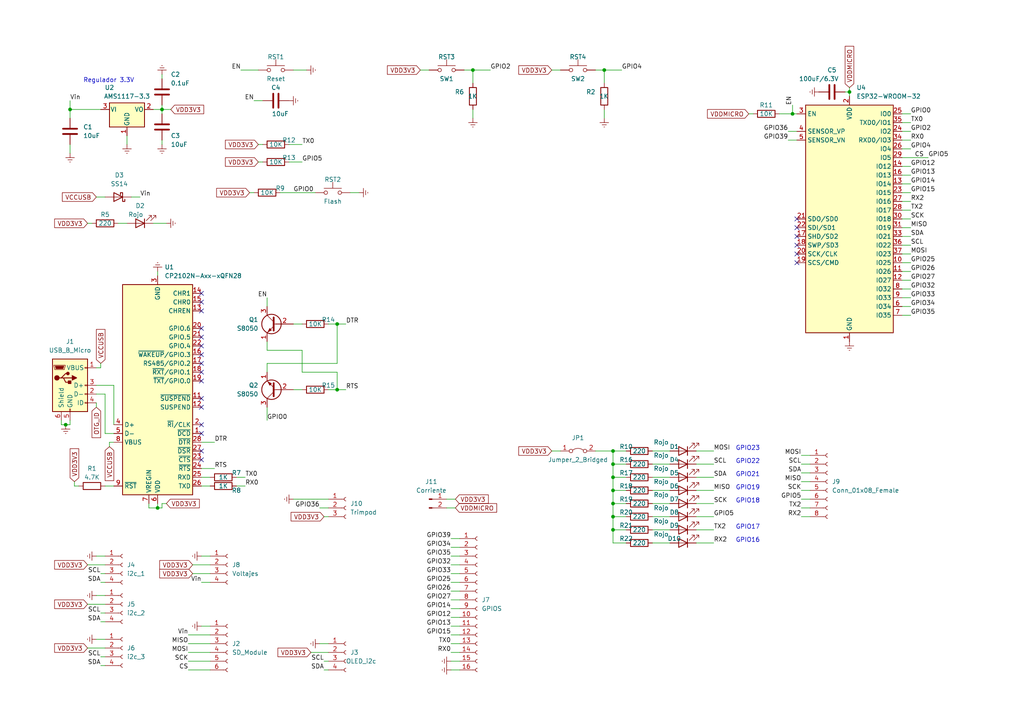
<source format=kicad_sch>
(kicad_sch (version 20211123) (generator eeschema)
  (paper "A4")
  (lib_symbols
    (symbol "Connector:Conn_01x02_Male" (pin_names (offset 1.016) hide)
      (property "Reference" "J" (at 0 2.54 0))
      (property "Value" "Conn_01x02_Male" (at 0 -5.08 0))
      (symbol "Conn_01x02_Male_1_1"
        (pin passive line (at 5.08 0 180) (length 3.81) (name "Pin_1") (number "1"))
        (pin passive line (at 5.08 -2.54 180) (length 3.81) (name "Pin_2") (number "2"))
      )
    )
    (symbol "Connector:Conn_01x03_Female" (pin_names (offset 1.016) hide)
      (property "Reference" "J" (at 0 5.08 0))
      (property "Value" "Conn_01x03_Female" (at 0 -5.08 0))
      (symbol "Conn_01x03_Female_1_1"
        (pin passive line (at -5.08 2.54 0) (length 3.81) (name "Pin_1") (number "1"))
        (pin passive line (at -5.08 0 0) (length 3.81) (name "Pin_2") (number "2"))
        (pin passive line (at -5.08 -2.54 0) (length 3.81) (name "Pin_3") (number "3"))
      )
    )
    (symbol "Connector:Conn_01x04_Female" (pin_names (offset 1.016) hide)
      (property "Reference" "J" (at 0 5.08 0))
      (property "Value" "Conn_01x04_Female" (at 0 -7.62 0))
      (symbol "Conn_01x04_Female_1_1"
        (pin passive line (at -5.08 2.54 0) (length 3.81) (name "Pin_1") (number "1"))
        (pin passive line (at -5.08 0 0) (length 3.81) (name "Pin_2") (number "2"))
        (pin passive line (at -5.08 -2.54 0) (length 3.81) (name "Pin_3") (number "3"))
        (pin passive line (at -5.08 -5.08 0) (length 3.81) (name "Pin_4") (number "4"))
      )
    )
    (symbol "Connector:Conn_01x06_Female" (pin_names (offset 1.016) hide)
      (property "Reference" "J" (at 0 7.62 0))
      (property "Value" "Conn_01x06_Female" (at 0 -10.16 0))
      (symbol "Conn_01x06_Female_1_1"
        (pin passive line (at -5.08 5.08 0) (length 3.81) (name "Pin_1") (number "1"))
        (pin passive line (at -5.08 2.54 0) (length 3.81) (name "Pin_2") (number "2"))
        (pin passive line (at -5.08 0 0) (length 3.81) (name "Pin_3") (number "3"))
        (pin passive line (at -5.08 -2.54 0) (length 3.81) (name "Pin_4") (number "4"))
        (pin passive line (at -5.08 -5.08 0) (length 3.81) (name "Pin_5") (number "5"))
        (pin passive line (at -5.08 -7.62 0) (length 3.81) (name "Pin_6") (number "6"))
      )
    )
    (symbol "Connector:Conn_01x08_Female" (pin_names (offset 1.016) hide)
      (property "Reference" "J" (at 0 10.16 0))
      (property "Value" "Conn_01x08_Female" (at 0 -12.7 0))
      (symbol "Conn_01x08_Female_1_1"
        (pin passive line (at -5.08 7.62 0) (length 3.81) (name "Pin_1") (number "1"))
        (pin passive line (at -5.08 5.08 0) (length 3.81) (name "Pin_2") (number "2"))
        (pin passive line (at -5.08 2.54 0) (length 3.81) (name "Pin_3") (number "3"))
        (pin passive line (at -5.08 0 0) (length 3.81) (name "Pin_4") (number "4"))
        (pin passive line (at -5.08 -2.54 0) (length 3.81) (name "Pin_5") (number "5"))
        (pin passive line (at -5.08 -5.08 0) (length 3.81) (name "Pin_6") (number "6"))
        (pin passive line (at -5.08 -7.62 0) (length 3.81) (name "Pin_7") (number "7"))
        (pin passive line (at -5.08 -10.16 0) (length 3.81) (name "Pin_8") (number "8"))
      )
    )
    (symbol "Connector:Conn_01x16_Female" (pin_names (offset 1.016) hide)
      (property "Reference" "J" (at 0 20.32 0))
      (property "Value" "Conn_01x16_Female" (at 0 -22.86 0))
      (symbol "Conn_01x16_Female_1_1"
        (pin passive line (at -5.08 17.78 0) (length 3.81) (name "Pin_1") (number "1"))
        (pin passive line (at -5.08 -5.08 0) (length 3.81) (name "Pin_10") (number "10"))
        (pin passive line (at -5.08 -7.62 0) (length 3.81) (name "Pin_11") (number "11"))
        (pin passive line (at -5.08 -10.16 0) (length 3.81) (name "Pin_12") (number "12"))
        (pin passive line (at -5.08 -12.7 0) (length 3.81) (name "Pin_13") (number "13"))
        (pin passive line (at -5.08 -15.24 0) (length 3.81) (name "Pin_14") (number "14"))
        (pin passive line (at -5.08 -17.78 0) (length 3.81) (name "Pin_15") (number "15"))
        (pin passive line (at -5.08 -20.32 0) (length 3.81) (name "Pin_16") (number "16"))
        (pin passive line (at -5.08 15.24 0) (length 3.81) (name "Pin_2") (number "2"))
        (pin passive line (at -5.08 12.7 0) (length 3.81) (name "Pin_3") (number "3"))
        (pin passive line (at -5.08 10.16 0) (length 3.81) (name "Pin_4") (number "4"))
        (pin passive line (at -5.08 7.62 0) (length 3.81) (name "Pin_5") (number "5"))
        (pin passive line (at -5.08 5.08 0) (length 3.81) (name "Pin_6") (number "6"))
        (pin passive line (at -5.08 2.54 0) (length 3.81) (name "Pin_7") (number "7"))
        (pin passive line (at -5.08 0 0) (length 3.81) (name "Pin_8") (number "8"))
        (pin passive line (at -5.08 -2.54 0) (length 3.81) (name "Pin_9") (number "9"))
      )
    )
    (symbol "Connector:USB_B_Micro" (pin_names (offset 1.016))
      (property "Reference" "J" (at -5.08 11.43 0))
      (property "Value" "USB_B_Micro" (at -5.08 8.89 0))
      (symbol "USB_B_Micro_1_1"
        (pin power_out line (at 7.62 5.08 180) (length 2.54) (name "VBUS") (number "1"))
        (pin bidirectional line (at 7.62 -2.54 180) (length 2.54) (name "D-") (number "2"))
        (pin bidirectional line (at 7.62 0 180) (length 2.54) (name "D+") (number "3"))
        (pin passive line (at 7.62 -5.08 180) (length 2.54) (name "ID") (number "4"))
        (pin power_out line (at 0 -10.16 90) (length 2.54) (name "GND") (number "5"))
        (pin passive line (at -2.54 -10.16 90) (length 2.54) (name "Shield") (number "6"))
      )
    )
    (symbol "Device:C" (pin_numbers hide) (pin_names (offset 0.254))
      (property "Reference" "C" (at 0.635 2.54 0))
      (property "Value" "C" (at 0.635 -2.54 0))
      (symbol "C_1_1"
        (pin passive line (at 0 3.81 270) (length 2.794) (name "~") (number "1"))
        (pin passive line (at 0 -3.81 90) (length 2.794) (name "~") (number "2"))
      )
    )
    (symbol "Device:D_Schottky" (pin_numbers hide) (pin_names (offset 1.016) hide)
      (property "Reference" "D" (at 0 2.54 0))
      (property "Value" "D_Schottky" (at 0 -2.54 0))
      (symbol "D_Schottky_1_1"
        (pin passive line (at -3.81 0 0) (length 2.54) (name "K") (number "1"))
        (pin passive line (at 3.81 0 180) (length 2.54) (name "A") (number "2"))
      )
    )
    (symbol "Device:LED" (pin_numbers hide) (pin_names (offset 1.016) hide)
      (property "Reference" "D" (at 0 2.54 0))
      (property "Value" "LED" (at 0 -2.54 0))
      (symbol "LED_1_1"
        (pin passive line (at -3.81 0 0) (length 2.54) (name "K") (number "1"))
        (pin passive line (at 3.81 0 180) (length 2.54) (name "A") (number "2"))
      )
    )
    (symbol "Device:R" (pin_numbers hide) (pin_names (offset 0))
      (property "Reference" "R" (at 2.032 0 90))
      (property "Value" "R" (at 0 0 90))
      (symbol "R_1_1"
        (pin passive line (at 0 3.81 270) (length 1.27) (name "~") (number "1"))
        (pin passive line (at 0 -3.81 90) (length 1.27) (name "~") (number "2"))
      )
    )
    (symbol "Interface_USB:CP2102N-Axx-xQFN28"
      (property "Reference" "U" (at -8.89 31.75 0))
      (property "Value" "CP2102N-Axx-xQFN28" (at 12.7 31.75 0))
      (symbol "CP2102N-Axx-xQFN28_1_1"
        (pin input line (at 12.7 12.7 180) (length 2.54) (name "~{DCD}") (number "1"))
        (pin no_connect line (at -10.16 -27.94 0) (length 2.54) hide (name "NC") (number "10"))
        (pin output line (at 12.7 2.54 180) (length 2.54) (name "~{SUSPEND}") (number "11"))
        (pin output line (at 12.7 5.08 180) (length 2.54) (name "SUSPEND") (number "12"))
        (pin output line (at 12.7 -22.86 180) (length 2.54) (name "CHREN") (number "13"))
        (pin output line (at 12.7 -27.94 180) (length 2.54) (name "CHR1") (number "14"))
        (pin output line (at 12.7 -25.4 180) (length 2.54) (name "CHR0") (number "15"))
        (pin bidirectional line (at 12.7 -10.16 180) (length 2.54) (name "~{WAKEUP}/GPIO.3") (number "16"))
        (pin bidirectional line (at 12.7 -7.62 180) (length 2.54) (name "RS485/GPIO.2") (number "17"))
        (pin bidirectional line (at 12.7 -5.08 180) (length 2.54) (name "~{RXT}/GPIO.1") (number "18"))
        (pin bidirectional line (at 12.7 -2.54 180) (length 2.54) (name "~{TXT}/GPIO.0") (number "19"))
        (pin bidirectional line (at 12.7 10.16 180) (length 2.54) (name "~{RI}/CLK") (number "2"))
        (pin bidirectional line (at 12.7 -17.78 180) (length 2.54) (name "GPIO.6") (number "20"))
        (pin bidirectional line (at 12.7 -15.24 180) (length 2.54) (name "GPIO.5") (number "21"))
        (pin bidirectional line (at 12.7 -12.7 180) (length 2.54) (name "GPIO.4") (number "22"))
        (pin input line (at 12.7 20.32 180) (length 2.54) (name "~{CTS}") (number "23"))
        (pin output line (at 12.7 22.86 180) (length 2.54) (name "~{RTS}") (number "24"))
        (pin input line (at 12.7 25.4 180) (length 2.54) (name "RXD") (number "25"))
        (pin output line (at 12.7 27.94 180) (length 2.54) (name "TXD") (number "26"))
        (pin input line (at 12.7 17.78 180) (length 2.54) (name "~{DSR}") (number "27"))
        (pin output line (at 12.7 15.24 180) (length 2.54) (name "~{DTR}") (number "28"))
        (pin passive line (at 0 -33.02 90) (length 2.54) hide (name "GND") (number "29"))
        (pin power_in line (at 0 -33.02 90) (length 2.54) (name "GND") (number "3"))
        (pin bidirectional line (at -12.7 10.16 0) (length 2.54) (name "D+") (number "4"))
        (pin bidirectional line (at -12.7 12.7 0) (length 2.54) (name "D-") (number "5"))
        (pin power_in line (at 0 33.02 270) (length 2.54) (name "VDD") (number "6"))
        (pin power_in line (at -2.54 33.02 270) (length 2.54) (name "VREGIN") (number "7"))
        (pin input line (at -12.7 15.24 0) (length 2.54) (name "VBUS") (number "8"))
        (pin input line (at -12.7 27.94 0) (length 2.54) (name "~{RST}") (number "9"))
      )
    )
    (symbol "Jumper:Jumper_2_Bridged" (pin_names (offset 0) hide)
      (property "Reference" "JP" (at 0 1.905 0))
      (property "Value" "Jumper_2_Bridged" (at 0 -2.54 0))
      (symbol "Jumper_2_Bridged_1_1"
        (pin passive line (at -5.08 0 0) (length 2.54) (name "A") (number "1"))
        (pin passive line (at 5.08 0 180) (length 2.54) (name "B") (number "2"))
      )
    )
    (symbol "RF_Module:ESP32-WROOM-32"
      (property "Reference" "U" (at -12.7 34.29 0))
      (property "Value" "ESP32-WROOM-32" (at 1.27 34.29 0))
      (symbol "ESP32-WROOM-32_1_1"
        (pin power_in line (at 0 -35.56 90) (length 2.54) (name "GND") (number "1"))
        (pin bidirectional line (at 15.24 -12.7 180) (length 2.54) (name "IO25") (number "10"))
        (pin bidirectional line (at 15.24 -15.24 180) (length 2.54) (name "IO26") (number "11"))
        (pin bidirectional line (at 15.24 -17.78 180) (length 2.54) (name "IO27") (number "12"))
        (pin bidirectional line (at 15.24 10.16 180) (length 2.54) (name "IO14") (number "13"))
        (pin bidirectional line (at 15.24 15.24 180) (length 2.54) (name "IO12") (number "14"))
        (pin passive line (at 0 -35.56 90) (length 2.54) hide (name "GND") (number "15"))
        (pin bidirectional line (at 15.24 12.7 180) (length 2.54) (name "IO13") (number "16"))
        (pin bidirectional line (at -15.24 -5.08 0) (length 2.54) (name "SHD/SD2") (number "17"))
        (pin bidirectional line (at -15.24 -7.62 0) (length 2.54) (name "SWP/SD3") (number "18"))
        (pin bidirectional line (at -15.24 -12.7 0) (length 2.54) (name "SCS/CMD") (number "19"))
        (pin power_in line (at 0 35.56 270) (length 2.54) (name "VDD") (number "2"))
        (pin bidirectional line (at -15.24 -10.16 0) (length 2.54) (name "SCK/CLK") (number "20"))
        (pin bidirectional line (at -15.24 0 0) (length 2.54) (name "SDO/SD0") (number "21"))
        (pin bidirectional line (at -15.24 -2.54 0) (length 2.54) (name "SDI/SD1") (number "22"))
        (pin bidirectional line (at 15.24 7.62 180) (length 2.54) (name "IO15") (number "23"))
        (pin bidirectional line (at 15.24 25.4 180) (length 2.54) (name "IO2") (number "24"))
        (pin bidirectional line (at 15.24 30.48 180) (length 2.54) (name "IO0") (number "25"))
        (pin bidirectional line (at 15.24 20.32 180) (length 2.54) (name "IO4") (number "26"))
        (pin bidirectional line (at 15.24 5.08 180) (length 2.54) (name "IO16") (number "27"))
        (pin bidirectional line (at 15.24 2.54 180) (length 2.54) (name "IO17") (number "28"))
        (pin bidirectional line (at 15.24 17.78 180) (length 2.54) (name "IO5") (number "29"))
        (pin input line (at -15.24 30.48 0) (length 2.54) (name "EN") (number "3"))
        (pin bidirectional line (at 15.24 0 180) (length 2.54) (name "IO18") (number "30"))
        (pin bidirectional line (at 15.24 -2.54 180) (length 2.54) (name "IO19") (number "31"))
        (pin no_connect line (at -12.7 -27.94 0) (length 2.54) hide (name "NC") (number "32"))
        (pin bidirectional line (at 15.24 -5.08 180) (length 2.54) (name "IO21") (number "33"))
        (pin bidirectional line (at 15.24 22.86 180) (length 2.54) (name "RXD0/IO3") (number "34"))
        (pin bidirectional line (at 15.24 27.94 180) (length 2.54) (name "TXD0/IO1") (number "35"))
        (pin bidirectional line (at 15.24 -7.62 180) (length 2.54) (name "IO22") (number "36"))
        (pin bidirectional line (at 15.24 -10.16 180) (length 2.54) (name "IO23") (number "37"))
        (pin passive line (at 0 -35.56 90) (length 2.54) hide (name "GND") (number "38"))
        (pin passive line (at 0 -35.56 90) (length 2.54) hide (name "GND") (number "39"))
        (pin input line (at -15.24 25.4 0) (length 2.54) (name "SENSOR_VP") (number "4"))
        (pin input line (at -15.24 22.86 0) (length 2.54) (name "SENSOR_VN") (number "5"))
        (pin input line (at 15.24 -25.4 180) (length 2.54) (name "IO34") (number "6"))
        (pin input line (at 15.24 -27.94 180) (length 2.54) (name "IO35") (number "7"))
        (pin bidirectional line (at 15.24 -20.32 180) (length 2.54) (name "IO32") (number "8"))
        (pin bidirectional line (at 15.24 -22.86 180) (length 2.54) (name "IO33") (number "9"))
      )
    )
    (symbol "Regulator_Linear:AMS1117-3.3" (pin_names (offset 0.254))
      (property "Reference" "U" (at -3.81 3.175 0))
      (property "Value" "AMS1117-3.3" (at 0 3.175 0))
      (symbol "AMS1117-3.3_1_1"
        (pin power_in line (at 0 -7.62 90) (length 2.54) (name "GND") (number "1"))
        (pin power_out line (at 7.62 0 180) (length 2.54) (name "VO") (number "2"))
        (pin power_in line (at -7.62 0 0) (length 2.54) (name "VI") (number "3"))
      )
    )
    (symbol "Switch:SW_Push" (pin_numbers hide) (pin_names (offset 1.016) hide)
      (property "Reference" "SW" (at 1.27 2.54 0))
      (property "Value" "SW_Push" (at 0 -1.524 0))
      (symbol "SW_Push_0_1"
        (pin passive line (at -5.08 0 0) (length 2.54) (name "1") (number "1"))
        (pin passive line (at 5.08 0 180) (length 2.54) (name "2") (number "2"))
      )
    )
    (symbol "Transistor_BJT:S8050" (pin_names (offset 0) hide)
      (property "Reference" "Q" (at 5.08 1.905 0))
      (property "Value" "S8050" (at 5.08 0 0))
      (symbol "S8050_1_1"
        (pin passive line (at 2.54 -5.08 90) (length 2.54) (name "E") (number "1"))
        (pin input line (at -5.08 0 0) (length 5.08) (name "B") (number "2"))
        (pin passive line (at 2.54 5.08 270) (length 2.54) (name "C") (number "3"))
      )
    )
    (symbol "power:Earth" (power) (pin_names (offset 0))
      (symbol "Earth_1_1"
        (pin power_in line (at 0 0 270) (length 0) hide (name "Earth") (number "1"))
      )
    )
  )
  (junction (at 20.32 31.75))
  (junction (at 46.99 31.75))
  (junction (at 97.79 93.98))
  (junction (at 175.26 20.32))
  (junction (at 19.05 123.19))
  (junction (at 97.79 113.03))
  (junction (at 246.38 26.67))
  (junction (at 229.87 33.02))
  (junction (at 177.8 153.67))
  (junction (at 177.8 134.62))
  (junction (at 177.8 138.43))
  (junction (at 137.16 20.32))
  (junction (at 177.8 130.81))
  (junction (at 177.8 149.86))
  (junction (at 177.8 142.24))
  (junction (at 45.72 147.32))
  (junction (at 177.8 146.05))
  (no_connect (at 58.42 133.35))
  (no_connect (at 58.42 130.81))
  (no_connect (at 58.42 85.09))
  (no_connect (at 58.42 87.63))
  (no_connect (at 58.42 90.17))
  (no_connect (at 58.42 95.25))
  (no_connect (at 58.42 97.79))
  (no_connect (at 58.42 100.33))
  (no_connect (at 58.42 102.87))
  (no_connect (at 58.42 105.41))
  (no_connect (at 58.42 107.95))
  (no_connect (at 58.42 110.49))
  (no_connect (at 58.42 115.57))
  (no_connect (at 58.42 118.11))
  (no_connect (at 58.42 125.73))
  (no_connect (at 58.42 123.19))
  (no_connect (at 231.14 68.58))
  (no_connect (at 231.14 71.12))
  (no_connect (at 231.14 76.2))
  (no_connect (at 231.14 73.66))
  (no_connect (at 231.14 63.5))
  (no_connect (at 231.14 66.04))
  (wire (pts (xy 129.54 147.32) (xy 132.08 147.32)))
  (wire (pts (xy 130.81 156.21) (xy 133.35 156.21)))
  (wire (pts (xy 54.61 194.31) (xy 60.96 194.31)))
  (wire (pts (xy 177.8 149.86) (xy 177.8 146.05)))
  (wire (pts (xy 261.62 88.9) (xy 264.16 88.9)))
  (wire (pts (xy 130.81 158.75) (xy 133.35 158.75)))
  (wire (pts (xy 201.93 142.24) (xy 207.01 142.24)))
  (wire (pts (xy 48.26 146.05) (xy 46.99 146.05)))
  (wire (pts (xy 130.81 189.23) (xy 133.35 189.23)))
  (wire (pts (xy 246.38 26.67) (xy 246.38 27.94)))
  (wire (pts (xy 20.32 31.75) (xy 20.32 34.29)))
  (wire (pts (xy 130.81 179.07) (xy 133.35 179.07)))
  (wire (pts (xy 33.02 111.76) (xy 33.02 123.19)))
  (wire (pts (xy 130.81 168.91) (xy 133.35 168.91)))
  (wire (pts (xy 189.23 138.43) (xy 194.31 138.43)))
  (wire (pts (xy 177.8 153.67) (xy 177.8 149.86)))
  (wire (pts (xy 27.94 172.72) (xy 30.48 172.72)))
  (wire (pts (xy 261.62 38.1) (xy 264.16 38.1)))
  (wire (pts (xy 130.81 184.15) (xy 133.35 184.15)))
  (wire (pts (xy 30.48 125.73) (xy 33.02 125.73)))
  (wire (pts (xy 58.42 135.89) (xy 62.23 135.89)))
  (wire (pts (xy 87.63 101.6) (xy 87.63 107.95)))
  (wire (pts (xy 74.93 46.99) (xy 76.2 46.99)))
  (wire (pts (xy 130.81 191.77) (xy 133.35 191.77)))
  (wire (pts (xy 229.87 33.02) (xy 231.14 33.02)))
  (wire (pts (xy 172.72 130.81) (xy 177.8 130.81)))
  (wire (pts (xy 58.42 168.91) (xy 60.96 168.91)))
  (wire (pts (xy 77.47 101.6) (xy 87.63 101.6)))
  (wire (pts (xy 29.21 193.04) (xy 30.48 193.04)))
  (wire (pts (xy 137.16 31.75) (xy 137.16 34.29)))
  (wire (pts (xy 261.62 55.88) (xy 264.16 55.88)))
  (wire (pts (xy 45.72 78.74) (xy 45.72 80.01)))
  (wire (pts (xy 232.41 134.62) (xy 234.95 134.62)))
  (wire (pts (xy 228.6 40.64) (xy 231.14 40.64)))
  (wire (pts (xy 29.21 180.34) (xy 30.48 180.34)))
  (wire (pts (xy 25.4 64.77) (xy 26.67 64.77)))
  (wire (pts (xy 181.61 142.24) (xy 177.8 142.24)))
  (wire (pts (xy 87.63 107.95) (xy 97.79 107.95)))
  (wire (pts (xy 142.24 20.32) (xy 137.16 20.32)))
  (wire (pts (xy 201.93 134.62) (xy 207.01 134.62)))
  (wire (pts (xy 261.62 63.5) (xy 264.16 63.5)))
  (wire (pts (xy 261.62 71.12) (xy 264.16 71.12)))
  (wire (pts (xy 130.81 163.83) (xy 133.35 163.83)))
  (wire (pts (xy 77.47 105.41) (xy 97.79 105.41)))
  (wire (pts (xy 45.72 146.05) (xy 45.72 147.32)))
  (wire (pts (xy 68.58 140.97) (xy 71.12 140.97)))
  (wire (pts (xy 97.79 93.98) (xy 95.25 93.98)))
  (wire (pts (xy 33.02 128.27) (xy 31.75 128.27)))
  (wire (pts (xy 25.4 163.83) (xy 30.48 163.83)))
  (wire (pts (xy 177.8 138.43) (xy 177.8 134.62)))
  (wire (pts (xy 160.02 20.32) (xy 162.56 20.32)))
  (wire (pts (xy 261.62 86.36) (xy 264.16 86.36)))
  (wire (pts (xy 90.17 189.23) (xy 95.25 189.23)))
  (wire (pts (xy 97.79 113.03) (xy 100.33 113.03)))
  (wire (pts (xy 137.16 20.32) (xy 137.16 24.13)))
  (wire (pts (xy 58.42 138.43) (xy 60.96 138.43)))
  (wire (pts (xy 97.79 107.95) (xy 97.79 113.03)))
  (wire (pts (xy 46.99 31.75) (xy 46.99 33.02)))
  (wire (pts (xy 217.17 33.02) (xy 218.44 33.02)))
  (wire (pts (xy 177.8 157.48) (xy 177.8 153.67)))
  (wire (pts (xy 232.41 139.7) (xy 234.95 139.7)))
  (wire (pts (xy 29.21 190.5) (xy 30.48 190.5)))
  (wire (pts (xy 27.94 185.42) (xy 30.48 185.42)))
  (wire (pts (xy 21.59 139.7) (xy 21.59 140.97)))
  (wire (pts (xy 55.88 163.83) (xy 60.96 163.83)))
  (wire (pts (xy 189.23 146.05) (xy 194.31 146.05)))
  (wire (pts (xy 232.41 147.32) (xy 234.95 147.32)))
  (wire (pts (xy 27.94 106.68) (xy 29.21 106.68)))
  (wire (pts (xy 232.41 142.24) (xy 234.95 142.24)))
  (wire (pts (xy 93.98 194.31) (xy 95.25 194.31)))
  (wire (pts (xy 43.18 147.32) (xy 45.72 147.32)))
  (wire (pts (xy 181.61 149.86) (xy 177.8 149.86)))
  (wire (pts (xy 181.61 157.48) (xy 177.8 157.48)))
  (wire (pts (xy 201.93 153.67) (xy 207.01 153.67)))
  (wire (pts (xy 20.32 29.21) (xy 20.32 31.75)))
  (wire (pts (xy 226.06 33.02) (xy 229.87 33.02)))
  (wire (pts (xy 261.62 40.64) (xy 264.16 40.64)))
  (wire (pts (xy 81.28 55.88) (xy 91.44 55.88)))
  (wire (pts (xy 130.81 173.99) (xy 133.35 173.99)))
  (wire (pts (xy 44.45 31.75) (xy 46.99 31.75)))
  (wire (pts (xy 77.47 86.36) (xy 77.47 88.9)))
  (wire (pts (xy 189.23 149.86) (xy 194.31 149.86)))
  (wire (pts (xy 68.58 138.43) (xy 71.12 138.43)))
  (wire (pts (xy 46.99 31.75) (xy 46.99 30.48)))
  (wire (pts (xy 95.25 113.03) (xy 97.79 113.03)))
  (wire (pts (xy 177.8 142.24) (xy 177.8 138.43)))
  (wire (pts (xy 160.02 130.81) (xy 162.56 130.81)))
  (wire (pts (xy 232.41 149.86) (xy 234.95 149.86)))
  (wire (pts (xy 261.62 73.66) (xy 264.16 73.66)))
  (wire (pts (xy 137.16 20.32) (xy 134.62 20.32)))
  (wire (pts (xy 27.94 111.76) (xy 33.02 111.76)))
  (wire (pts (xy 54.61 191.77) (xy 60.96 191.77)))
  (wire (pts (xy 201.93 138.43) (xy 207.01 138.43)))
  (wire (pts (xy 181.61 146.05) (xy 177.8 146.05)))
  (wire (pts (xy 130.81 176.53) (xy 133.35 176.53)))
  (wire (pts (xy 69.85 20.32) (xy 74.93 20.32)))
  (wire (pts (xy 261.62 33.02) (xy 264.16 33.02)))
  (wire (pts (xy 29.21 177.8) (xy 30.48 177.8)))
  (wire (pts (xy 43.18 146.05) (xy 43.18 147.32)))
  (wire (pts (xy 261.62 81.28) (xy 264.16 81.28)))
  (wire (pts (xy 46.99 147.32) (xy 45.72 147.32)))
  (wire (pts (xy 85.09 113.03) (xy 87.63 113.03)))
  (wire (pts (xy 85.09 20.32) (xy 88.9 20.32)))
  (wire (pts (xy 180.34 20.32) (xy 175.26 20.32)))
  (wire (pts (xy 232.41 137.16) (xy 234.95 137.16)))
  (wire (pts (xy 83.82 46.99) (xy 87.63 46.99)))
  (wire (pts (xy 17.78 123.19) (xy 19.05 123.19)))
  (wire (pts (xy 261.62 53.34) (xy 264.16 53.34)))
  (wire (pts (xy 189.23 142.24) (xy 194.31 142.24)))
  (wire (pts (xy 261.62 35.56) (xy 264.16 35.56)))
  (wire (pts (xy 54.61 189.23) (xy 60.96 189.23)))
  (wire (pts (xy 27.94 161.29) (xy 30.48 161.29)))
  (wire (pts (xy 54.61 184.15) (xy 60.96 184.15)))
  (wire (pts (xy 189.23 153.67) (xy 194.31 153.67)))
  (wire (pts (xy 261.62 43.18) (xy 264.16 43.18)))
  (wire (pts (xy 175.26 20.32) (xy 172.72 20.32)))
  (wire (pts (xy 85.09 93.98) (xy 87.63 93.98)))
  (wire (pts (xy 261.62 78.74) (xy 264.16 78.74)))
  (wire (pts (xy 175.26 20.32) (xy 175.26 24.13)))
  (wire (pts (xy 261.62 48.26) (xy 264.16 48.26)))
  (wire (pts (xy 92.71 186.69) (xy 95.25 186.69)))
  (wire (pts (xy 261.62 58.42) (xy 264.16 58.42)))
  (wire (pts (xy 201.93 146.05) (xy 207.01 146.05)))
  (wire (pts (xy 25.4 175.26) (xy 30.48 175.26)))
  (wire (pts (xy 73.66 29.21) (xy 76.2 29.21)))
  (wire (pts (xy 83.82 41.91) (xy 87.63 41.91)))
  (wire (pts (xy 38.1 57.15) (xy 40.64 57.15)))
  (wire (pts (xy 261.62 60.96) (xy 264.16 60.96)))
  (wire (pts (xy 261.62 68.58) (xy 264.16 68.58)))
  (wire (pts (xy 229.87 30.48) (xy 229.87 33.02)))
  (wire (pts (xy 232.41 132.08) (xy 234.95 132.08)))
  (wire (pts (xy 97.79 105.41) (xy 97.79 93.98)))
  (wire (pts (xy 261.62 50.8) (xy 264.16 50.8)))
  (wire (pts (xy 232.41 144.78) (xy 234.95 144.78)))
  (wire (pts (xy 20.32 31.75) (xy 29.21 31.75)))
  (wire (pts (xy 181.61 153.67) (xy 177.8 153.67)))
  (wire (pts (xy 177.8 130.81) (xy 181.61 130.81)))
  (wire (pts (xy 46.99 21.59) (xy 46.99 22.86)))
  (wire (pts (xy 25.4 187.96) (xy 30.48 187.96)))
  (wire (pts (xy 189.23 157.48) (xy 194.31 157.48)))
  (wire (pts (xy 130.81 181.61) (xy 133.35 181.61)))
  (wire (pts (xy 29.21 168.91) (xy 30.48 168.91)))
  (wire (pts (xy 58.42 140.97) (xy 60.96 140.97)))
  (wire (pts (xy 201.93 149.86) (xy 207.01 149.86)))
  (wire (pts (xy 46.99 31.75) (xy 49.53 31.75)))
  (wire (pts (xy 130.81 186.69) (xy 133.35 186.69)))
  (wire (pts (xy 27.94 116.84) (xy 27.94 118.11)))
  (wire (pts (xy 130.81 194.31) (xy 133.35 194.31)))
  (wire (pts (xy 58.42 161.29) (xy 60.96 161.29)))
  (wire (pts (xy 27.94 57.15) (xy 30.48 57.15)))
  (wire (pts (xy 261.62 91.44) (xy 264.16 91.44)))
  (wire (pts (xy 93.98 191.77) (xy 95.25 191.77)))
  (wire (pts (xy 58.42 181.61) (xy 60.96 181.61)))
  (wire (pts (xy 97.79 93.98) (xy 100.33 93.98)))
  (wire (pts (xy 72.39 55.88) (xy 73.66 55.88)))
  (wire (pts (xy 261.62 45.72) (xy 269.24 45.72)))
  (wire (pts (xy 77.47 99.06) (xy 77.47 101.6)))
  (wire (pts (xy 121.92 20.32) (xy 124.46 20.32)))
  (wire (pts (xy 31.75 128.27) (xy 31.75 129.54)))
  (wire (pts (xy 17.78 121.92) (xy 17.78 123.19)))
  (wire (pts (xy 261.62 76.2) (xy 264.16 76.2)))
  (wire (pts (xy 77.47 118.11) (xy 77.47 121.92)))
  (wire (pts (xy 85.09 144.78) (xy 95.25 144.78)))
  (wire (pts (xy 20.32 41.91) (xy 20.32 44.45)))
  (wire (pts (xy 130.81 166.37) (xy 133.35 166.37)))
  (wire (pts (xy 44.45 64.77) (xy 48.26 64.77)))
  (wire (pts (xy 55.88 166.37) (xy 60.96 166.37)))
  (wire (pts (xy 92.71 147.32) (xy 95.25 147.32)))
  (wire (pts (xy 228.6 38.1) (xy 231.14 38.1)))
  (wire (pts (xy 261.62 66.04) (xy 264.16 66.04)))
  (wire (pts (xy 30.48 114.3) (xy 30.48 125.73)))
  (wire (pts (xy 129.54 144.78) (xy 132.08 144.78)))
  (wire (pts (xy 93.98 149.86) (xy 95.25 149.86)))
  (wire (pts (xy 177.8 134.62) (xy 177.8 130.81)))
  (wire (pts (xy 101.6 55.88) (xy 104.14 55.88)))
  (wire (pts (xy 77.47 107.95) (xy 77.47 105.41)))
  (wire (pts (xy 54.61 186.69) (xy 60.96 186.69)))
  (wire (pts (xy 130.81 171.45) (xy 133.35 171.45)))
  (wire (pts (xy 201.93 130.81) (xy 207.01 130.81)))
  (wire (pts (xy 175.26 31.75) (xy 175.26 34.29)))
  (wire (pts (xy 261.62 83.82) (xy 264.16 83.82)))
  (wire (pts (xy 189.23 134.62) (xy 194.31 134.62)))
  (wire (pts (xy 20.32 121.92) (xy 20.32 123.19)))
  (wire (pts (xy 19.05 123.19) (xy 20.32 123.19)))
  (wire (pts (xy 58.42 128.27) (xy 62.23 128.27)))
  (wire (pts (xy 29.21 106.68) (xy 29.21 105.41)))
  (wire (pts (xy 245.11 26.67) (xy 246.38 26.67)))
  (wire (pts (xy 36.83 39.37) (xy 36.83 41.91)))
  (wire (pts (xy 27.94 114.3) (xy 30.48 114.3)))
  (wire (pts (xy 181.61 138.43) (xy 177.8 138.43)))
  (wire (pts (xy 74.93 41.91) (xy 76.2 41.91)))
  (wire (pts (xy 22.86 140.97) (xy 21.59 140.97)))
  (wire (pts (xy 130.81 161.29) (xy 133.35 161.29)))
  (wire (pts (xy 29.21 166.37) (xy 30.48 166.37)))
  (wire (pts (xy 189.23 130.81) (xy 194.31 130.81)))
  (wire (pts (xy 36.83 64.77) (xy 34.29 64.77)))
  (wire (pts (xy 30.48 140.97) (xy 33.02 140.97)))
  (wire (pts (xy 246.38 25.4) (xy 246.38 26.67)))
  (wire (pts (xy 46.99 146.05) (xy 46.99 147.32)))
  (wire (pts (xy 201.93 157.48) (xy 207.01 157.48)))
  (wire (pts (xy 177.8 146.05) (xy 177.8 142.24)))
  (wire (pts (xy 46.99 40.64) (xy 46.99 41.91)))
  (wire (pts (xy 181.61 134.62) (xy 177.8 134.62)))
  (text "GPIO21\n" (at 213.36 138.43 0) (effects (font (size 1.27 1.27)) (justify left bottom)))
  (text "GPIO16" (at 213.36 157.48 0) (effects (font (size 1.27 1.27)) (justify left bottom)))
  (text "GPIO23" (at 213.36 130.81 0) (effects (font (size 1.27 1.27)) (justify left bottom)))
  (text "Regulador 3.3V" (at 24.13 24.13 0) (effects (font (size 1.27 1.27)) (justify left bottom)))
  (text "GPIO18" (at 213.36 146.05 0) (effects (font (size 1.27 1.27)) (justify left bottom)))
  (text "GPIO22" (at 213.36 134.62 0) (effects (font (size 1.27 1.27)) (justify left bottom)))
  (text "GPIO19" (at 213.36 142.24 0) (effects (font (size 1.27 1.27)) (justify left bottom)))
  (text "GPIO17" (at 213.36 153.67 0) (effects (font (size 1.27 1.27)) (justify left bottom)))
  (label "GPIO25" (at 264.16 76.2 0))
  (label "SDA" (at 232.41 137.16 180))
  (label "GPIO34" (at 264.16 88.9 0))
  (label "GPIO32" (at 130.81 163.83 180))
  (label "EN" (at 229.87 30.48 90))
  (label "GPIO35" (at 264.16 91.44 0))
  (label "TX0" (at 130.81 186.69 180))
  (label "GPIO12" (at 264.16 48.26 0))
  (label "MOSI" (at 54.61 189.23 180))
  (label "RX2" (at 264.16 58.42 0))
  (label "SDA" (at 264.16 68.58 0))
  (label "TX0" (at 87.63 41.91 0))
  (label "SCL" (at 93.98 191.77 180))
  (label "SCL" (at 207.01 134.62 0))
  (label "TX2" (at 264.16 60.96 0))
  (label "GPIO15" (at 130.81 184.15 180))
  (label "DTR" (at 100.33 93.98 0))
  (label "MISO" (at 54.61 186.69 180))
  (label "TX0" (at 71.12 138.43 0))
  (label "SCL" (at 29.21 190.5 180))
  (label "GPIO2" (at 142.24 20.32 0))
  (label "MOSI" (at 264.16 73.66 0))
  (label "GPIO35" (at 130.81 161.29 180))
  (label "TX0" (at 264.16 35.56 0))
  (label "GPIO0" (at 77.47 121.92 0))
  (label "GPIO13" (at 264.16 50.8 0))
  (label "GPIO36" (at 92.71 147.32 180))
  (label "GPIO5" (at 207.01 149.86 0))
  (label "GPIO33" (at 264.16 86.36 0))
  (label "GPIO2" (at 264.16 38.1 0))
  (label "GPIO15" (at 264.16 55.88 0))
  (label "GPIO25" (at 130.81 168.91 180))
  (label "TX2" (at 207.01 153.67 0))
  (label "Vin" (at 20.32 29.21 0))
  (label "GPIO0" (at 85.09 55.88 0))
  (label "DTR" (at 62.23 128.27 0))
  (label "CS" (at 267.97 45.72 180))
  (label "RTS" (at 100.33 113.03 0))
  (label "SCK" (at 232.41 142.24 180))
  (label "SCL" (at 29.21 166.37 180))
  (label "SCK" (at 207.01 146.05 0))
  (label "GPIO34" (at 130.81 158.75 180))
  (label "RX0" (at 71.12 140.97 0))
  (label "EN" (at 69.85 20.32 180))
  (label "SDA" (at 29.21 168.91 180))
  (label "GPIO39" (at 130.81 156.21 180))
  (label "GPIO14" (at 264.16 53.34 0))
  (label "GPIO0" (at 264.16 33.02 0))
  (label "TX2" (at 232.41 147.32 180))
  (label "RX0" (at 264.16 40.64 0))
  (label "RTS" (at 62.23 135.89 0))
  (label "Vin" (at 40.64 57.15 0))
  (label "GPIO36" (at 228.6 38.1 180))
  (label "SCL" (at 264.16 71.12 0))
  (label "GPIO26" (at 264.16 78.74 0))
  (label "GPIO32" (at 264.16 83.82 0))
  (label "GPIO26" (at 130.81 171.45 180))
  (label "Vin" (at 58.42 168.91 180))
  (label "SDA" (at 29.21 180.34 180))
  (label "MISO" (at 207.01 142.24 0))
  (label "MISO" (at 264.16 66.04 0))
  (label "CS" (at 54.61 194.31 180))
  (label "Vin" (at 54.61 184.15 180))
  (label "GPIO5" (at 87.63 46.99 0))
  (label "GPIO4" (at 180.34 20.32 0))
  (label "GPIO14" (at 130.81 176.53 180))
  (label "SDA" (at 29.21 193.04 180))
  (label "RX0" (at 130.81 189.23 180))
  (label "SDA" (at 207.01 138.43 0))
  (label "SCK" (at 54.61 191.77 180))
  (label "GPIO27" (at 130.81 173.99 180))
  (label "GPIO5" (at 269.24 45.72 0))
  (label "GPIO39" (at 228.6 40.64 180))
  (label "RX2" (at 232.41 149.86 180))
  (label "EN" (at 77.47 86.36 180))
  (label "EN" (at 73.66 29.21 180))
  (label "RX2" (at 207.01 157.48 0))
  (label "GPIO13" (at 130.81 181.61 180))
  (label "SCK" (at 264.16 63.5 0))
  (label "SDA" (at 93.98 194.31 180))
  (label "SCL" (at 232.41 134.62 180))
  (label "SCL" (at 29.21 177.8 180))
  (label "MOSI" (at 207.01 130.81 0))
  (label "GPIO4" (at 264.16 43.18 0))
  (label "GPIO33" (at 130.81 166.37 180))
  (label "GPIO5" (at 232.41 144.78 180))
  (label "MISO" (at 232.41 139.7 180))
  (label "MOSI" (at 232.41 132.08 180))
  (label "GPIO27" (at 264.16 81.28 0))
  (label "GPIO12" (at 130.81 179.07 180))
  (global_label "VDD3V3" (shape input) (at 49.53 31.75 0) (property "Intersheet References" "${INTERSHEET_REFS}" (effects hide)))
  (global_label "VDD3V3" (shape input) (at 48.26 146.05 0) (property "Intersheet References" "${INTERSHEET_REFS}" (effects hide)))
  (global_label "OTG_ID" (shape input) (at 27.94 118.11 270) (property "Intersheet References" "${INTERSHEET_REFS}" (effects hide)))
  (global_label "VCCUSB" (shape input) (at 29.21 105.41 90) (property "Intersheet References" "${INTERSHEET_REFS}" (effects hide)))
  (global_label "VDD3V3" (shape input) (at 25.4 163.83 180) (property "Intersheet References" "${INTERSHEET_REFS}" (effects hide)))
  (global_label "VDDMICRO" (shape input) (at 132.08 147.32 0) (property "Intersheet References" "${INTERSHEET_REFS}" (effects hide)))
  (global_label "VDD3V3" (shape input) (at 160.02 130.81 180) (property "Intersheet References" "${INTERSHEET_REFS}" (effects hide)))
  (global_label "VDDMICRO" (shape input) (at 217.17 33.02 180) (property "Intersheet References" "${INTERSHEET_REFS}" (effects hide)))
  (global_label "VDD3V3" (shape input) (at 90.17 189.23 180) (property "Intersheet References" "${INTERSHEET_REFS}" (effects hide)))
  (global_label "VCCUSB" (shape input) (at 31.75 129.54 270) (property "Intersheet References" "${INTERSHEET_REFS}" (effects hide)))
  (global_label "VDD3V3" (shape input) (at 55.88 166.37 180) (property "Intersheet References" "${INTERSHEET_REFS}" (effects hide)))
  (global_label "VDD3V3" (shape input) (at 25.4 187.96 180) (property "Intersheet References" "${INTERSHEET_REFS}" (effects hide)))
  (global_label "VDD3V3" (shape input) (at 160.02 20.32 180) (property "Intersheet References" "${INTERSHEET_REFS}" (effects hide)))
  (global_label "VDD3V3" (shape input) (at 25.4 175.26 180) (property "Intersheet References" "${INTERSHEET_REFS}" (effects hide)))
  (global_label "VDD3V3" (shape input) (at 25.4 64.77 180) (property "Intersheet References" "${INTERSHEET_REFS}" (effects hide)))
  (global_label "VDD3V3" (shape input) (at 21.59 139.7 90) (property "Intersheet References" "${INTERSHEET_REFS}" (effects hide)))
  (global_label "VDD3V3" (shape input) (at 55.88 163.83 180) (property "Intersheet References" "${INTERSHEET_REFS}" (effects hide)))
  (global_label "VDD3V3" (shape input) (at 74.93 41.91 180) (property "Intersheet References" "${INTERSHEET_REFS}" (effects hide)))
  (global_label "VCCUSB" (shape input) (at 27.94 57.15 180) (property "Intersheet References" "${INTERSHEET_REFS}" (effects hide)))
  (global_label "VDD3V3" (shape input) (at 132.08 144.78 0) (property "Intersheet References" "${INTERSHEET_REFS}" (effects hide)))
  (global_label "VDDMICRO" (shape input) (at 246.38 25.4 90) (property "Intersheet References" "${INTERSHEET_REFS}" (effects hide)))
  (global_label "VDD3V3" (shape input) (at 72.39 55.88 180) (property "Intersheet References" "${INTERSHEET_REFS}" (effects hide)))
  (global_label "VDD3V3" (shape input) (at 121.92 20.32 180) (property "Intersheet References" "${INTERSHEET_REFS}" (effects hide)))
  (global_label "VDD3V3" (shape input) (at 74.93 46.99 180) (property "Intersheet References" "${INTERSHEET_REFS}" (effects hide)))
  (global_label "VDD3V3" (shape input) (at 93.98 149.86 180) (property "Intersheet References" "${INTERSHEET_REFS}" (effects hide)))
  (symbol (lib_id "Transistor_BJT:S8050") (at 80.01 113.03 180) (unit 1)
    (property "Reference" "Q2" (at 74.93 111.7599 0) (effects (justify left)))
    (property "Value" "S8050" (at 74.93 114.2999 0) (effects (justify left)))
    (property "Footprint" "Package_TO_SOT_SMD:SOT-23" (effects hide))
    (property "Datasheet" "http://www.unisonic.com.tw/datasheet/S8050.pdf" (effects hide))
  )
  (symbol (lib_id "Device:R") (at 185.42 138.43 270) (unit 1)
    (property "Reference" "R17" (at 181.61 137.16 90))
    (property "Value" "220" (at 185.42 138.43 90))
    (property "Footprint" "Resistor_SMD:R_0603_1608Metric_Pad0.98x0.95mm_HandSolder" (effects hide))
  )
  (symbol (lib_id "Device:R") (at 64.77 140.97 270) (unit 1)
    (property "Reference" "R8" (at 68.58 142.24 90))
    (property "Value" "1K" (at 64.77 140.97 90))
    (property "Footprint" "Resistor_SMD:R_0603_1608Metric_Pad0.98x0.95mm_HandSolder" (effects hide))
  )
  (symbol (lib_id "power:Earth") (at 83.82 29.21 90) (unit 1)
    (property "Reference" "#PWR0124" (effects hide))
    (property "Value" "Earth" (effects hide))
  )
  (symbol (lib_id "Connector:Conn_01x04_Female") (at 100.33 189.23 0) (unit 1)
    (property "Reference" "J3" (at 101.6 189.2299 0) (effects (justify left)))
    (property "Value" "OLED_i2c" (at 100.33 191.7699 0) (effects (justify left)))
    (property "Footprint" "Connector_PinSocket_2.54mm:PinSocket_1x04_P2.54mm_Vertical" (effects hide))
  )
  (symbol (lib_id "Connector:Conn_01x02_Male") (at 124.46 144.78 0) (unit 1)
    (property "Reference" "J11" (at 125.095 139.7 0))
    (property "Value" "Corriente" (at 125.095 142.24 0))
    (property "Footprint" "Connector_PinHeader_2.54mm:PinHeader_1x02_P2.54mm_Vertical" (effects hide))
  )
  (symbol (lib_id "power:Earth") (at 246.38 99.06 0) (unit 1)
    (property "Reference" "#PWR0104" (effects hide))
    (property "Value" "Earth" (effects hide))
  )
  (symbol (lib_id "Device:R") (at 185.42 149.86 270) (unit 1)
    (property "Reference" "R20" (at 181.61 148.59 90))
    (property "Value" "220" (at 185.42 149.86 90))
    (property "Footprint" "Resistor_SMD:R_0603_1608Metric_Pad0.98x0.95mm_HandSolder" (effects hide))
  )
  (symbol (lib_id "Switch:SW_Push") (at 80.01 20.32 0) (unit 1)
    (property "Reference" "RST1" (at 80.01 16.51 0))
    (property "Value" "Reset" (at 80.01 22.86 0))
    (property "Footprint" "Button_Switch_SMD:SW_SPST_B3U-1000P" (effects hide))
  )
  (symbol (lib_id "RF_Module:ESP32-WROOM-32") (at 246.38 63.5 0) (unit 1)
    (property "Reference" "U4" (at 248.3994 25.4 0) (effects (justify left)))
    (property "Value" "ESP32-WROOM-32" (at 248.3994 27.94 0) (effects (justify left)))
    (property "Footprint" "RF_Module:ESP32-WROOM-32" (effects hide))
    (property "Datasheet" "https://www.espressif.com/sites/default/files/documentation/esp32-wroom-32_datasheet_en.pdf" (effects hide))
  )
  (symbol (lib_id "Device:R") (at 80.01 41.91 270) (unit 1)
    (property "Reference" "R12" (at 83.82 40.64 90))
    (property "Value" "10K" (at 80.01 41.91 90))
    (property "Footprint" "Resistor_SMD:R_0603_1608Metric_Pad0.98x0.95mm_HandSolder" (effects hide))
  )
  (symbol (lib_id "Device:LED") (at 198.12 130.81 180) (unit 1)
    (property "Reference" "D1" (at 195.58 129.54 0))
    (property "Value" "Rojo" (at 191.77 128.27 0))
    (property "Footprint" "LED_SMD:LED_0805_2012Metric_Pad1.15x1.40mm_HandSolder" (effects hide))
  )
  (symbol (lib_id "Switch:SW_Push") (at 167.64 20.32 0) (mirror y) (unit 1)
    (property "Reference" "RST4" (at 167.64 16.51 0))
    (property "Value" "SW2" (at 167.64 22.86 0))
    (property "Footprint" "Button_Switch_SMD:SW_SPST_CK_RS282G05A3" (effects hide))
  )
  (symbol (lib_id "Device:LED") (at 40.64 64.77 180) (unit 1)
    (property "Reference" "D2" (at 40.64 59.69 0))
    (property "Value" "Rojo" (at 39.37 62.23 0))
    (property "Footprint" "LED_SMD:LED_0805_2012Metric_Pad1.15x1.40mm_HandSolder" (effects hide))
  )
  (symbol (lib_id "power:Earth") (at 85.09 144.78 270) (unit 1)
    (property "Reference" "#PWR0122" (effects hide))
    (property "Value" "Earth" (effects hide))
  )
  (symbol (lib_id "Device:R") (at 80.01 46.99 270) (unit 1)
    (property "Reference" "R13" (at 83.82 45.72 90))
    (property "Value" "10K" (at 80.01 46.99 90))
    (property "Footprint" "Resistor_SMD:R_0603_1608Metric_Pad0.98x0.95mm_HandSolder" (effects hide))
  )
  (symbol (lib_id "Device:C") (at 46.99 26.67 0) (unit 1)
    (property "Reference" "C2" (at 49.53 21.59 0) (effects (justify left)))
    (property "Value" "0.1uF" (at 49.53 24.13 0) (effects (justify left)))
    (property "Footprint" "Capacitor_SMD:C_0805_2012Metric_Pad1.18x1.45mm_HandSolder" (effects hide))
  )
  (symbol (lib_id "Device:R") (at 185.42 134.62 270) (unit 1)
    (property "Reference" "R16" (at 181.61 133.35 90))
    (property "Value" "220" (at 185.42 134.62 90))
    (property "Footprint" "Resistor_SMD:R_0603_1608Metric_Pad0.98x0.95mm_HandSolder" (effects hide))
  )
  (symbol (lib_id "Device:R") (at 91.44 93.98 270) (unit 1)
    (property "Reference" "R14" (at 95.25 92.71 90))
    (property "Value" "10K" (at 91.44 93.98 90))
    (property "Footprint" "Resistor_SMD:R_0603_1608Metric_Pad0.98x0.95mm_HandSolder" (effects hide))
  )
  (symbol (lib_id "power:Earth") (at 130.81 191.77 270) (unit 1)
    (property "Reference" "#PWR0119" (effects hide))
    (property "Value" "Earth" (effects hide))
  )
  (symbol (lib_id "Device:R") (at 175.26 27.94 0) (mirror y) (unit 1)
    (property "Reference" "R2" (at 172.72 26.6699 0) (effects (justify left)))
    (property "Value" "1K" (at 176.53 27.94 0) (effects (justify left)))
    (property "Footprint" "Resistor_SMD:R_0603_1608Metric_Pad0.98x0.95mm_HandSolder" (effects hide))
  )
  (symbol (lib_id "Device:C") (at 20.32 38.1 0) (unit 1)
    (property "Reference" "C1" (at 24.13 36.8299 0) (effects (justify left)))
    (property "Value" "10uF" (at 24.13 39.3699 0) (effects (justify left)))
    (property "Footprint" "Capacitor_SMD:C_1210_3225Metric_Pad1.33x2.70mm_HandSolder" (effects hide))
  )
  (symbol (lib_id "Device:R") (at 77.47 55.88 270) (unit 1)
    (property "Reference" "R9" (at 81.28 54.61 90))
    (property "Value" "10K" (at 77.47 55.88 90))
    (property "Footprint" "Resistor_SMD:R_0603_1608Metric_Pad0.98x0.95mm_HandSolder" (effects hide))
  )
  (symbol (lib_id "Device:R") (at 91.44 113.03 270) (unit 1)
    (property "Reference" "R15" (at 95.25 111.76 90))
    (property "Value" "10K" (at 91.44 113.03 90))
    (property "Footprint" "Resistor_SMD:R_0603_1608Metric_Pad0.98x0.95mm_HandSolder" (effects hide))
  )
  (symbol (lib_id "power:Earth") (at 58.42 161.29 270) (unit 1)
    (property "Reference" "#PWR0118" (effects hide))
    (property "Value" "Earth" (effects hide))
  )
  (symbol (lib_id "power:Earth") (at 137.16 34.29 0) (mirror y) (unit 1)
    (property "Reference" "#PWR0105" (effects hide))
    (property "Value" "Earth" (effects hide))
  )
  (symbol (lib_id "Connector:Conn_01x04_Female") (at 35.56 175.26 0) (unit 1)
    (property "Reference" "J5" (at 36.83 175.2599 0) (effects (justify left)))
    (property "Value" "i2c_2" (at 36.83 177.7999 0) (effects (justify left)))
    (property "Footprint" "Connector_PinSocket_2.54mm:PinSocket_1x04_P2.54mm_Vertical" (effects hide))
  )
  (symbol (lib_id "power:Earth") (at 175.26 34.29 0) (mirror y) (unit 1)
    (property "Reference" "#PWR0123" (effects hide))
    (property "Value" "Earth" (effects hide))
  )
  (symbol (lib_id "Connector:Conn_01x06_Female") (at 66.04 186.69 0) (unit 1)
    (property "Reference" "J2" (at 67.31 186.6899 0) (effects (justify left)))
    (property "Value" "SD_Module" (at 67.31 189.2299 0) (effects (justify left)))
    (property "Footprint" "Connector_PinSocket_2.54mm:PinSocket_1x06_P2.54mm_Vertical" (effects hide))
  )
  (symbol (lib_id "power:Earth") (at 237.49 26.67 270) (unit 1)
    (property "Reference" "#PWR0101" (effects hide))
    (property "Value" "Earth" (effects hide))
  )
  (symbol (lib_id "Device:R") (at 222.25 33.02 90) (unit 1)
    (property "Reference" "R11" (at 222.25 30.48 90))
    (property "Value" "10K" (at 222.25 33.02 90))
    (property "Footprint" "Resistor_SMD:R_0603_1608Metric_Pad0.98x0.95mm_HandSolder" (effects hide))
  )
  (symbol (lib_id "power:Earth") (at 45.72 78.74 180) (unit 1)
    (property "Reference" "#PWR0113" (effects hide))
    (property "Value" "Earth" (effects hide))
  )
  (symbol (lib_id "Device:LED") (at 198.12 134.62 180) (unit 1)
    (property "Reference" "D4" (at 195.58 133.35 0))
    (property "Value" "Rojo" (at 191.77 132.08 0))
    (property "Footprint" "LED_SMD:LED_0805_2012Metric_Pad1.15x1.40mm_HandSolder" (effects hide))
  )
  (symbol (lib_id "power:Earth") (at 46.99 41.91 0) (unit 1)
    (property "Reference" "#PWR0115" (effects hide))
    (property "Value" "Earth" (effects hide))
  )
  (symbol (lib_id "Connector:Conn_01x04_Female") (at 35.56 187.96 0) (unit 1)
    (property "Reference" "J6" (at 36.83 187.9599 0) (effects (justify left)))
    (property "Value" "i2c_3" (at 36.83 190.4999 0) (effects (justify left)))
    (property "Footprint" "Connector_PinSocket_2.54mm:PinSocket_1x04_P2.54mm_Vertical" (effects hide))
  )
  (symbol (lib_id "power:Earth") (at 130.81 194.31 270) (unit 1)
    (property "Reference" "#PWR0120" (effects hide))
    (property "Value" "Earth" (effects hide))
  )
  (symbol (lib_id "Device:R") (at 185.42 146.05 270) (unit 1)
    (property "Reference" "R19" (at 181.61 144.78 90))
    (property "Value" "220" (at 185.42 146.05 90))
    (property "Footprint" "Resistor_SMD:R_0603_1608Metric_Pad0.98x0.95mm_HandSolder" (effects hide))
  )
  (symbol (lib_id "Connector:Conn_01x08_Female") (at 240.03 139.7 0) (unit 1) (in_bom no)
    (property "Reference" "J9" (at 241.3 139.6999 0) (effects (justify left)))
    (property "Value" "Conn_01x08_Female" (at 241.3 142.2399 0) (effects (justify left)))
    (property "Footprint" "Connector_PinSocket_2.54mm:PinSocket_1x08_P2.54mm_Vertical" (effects hide))
  )
  (symbol (lib_id "power:Earth") (at 27.94 185.42 270) (unit 1)
    (property "Reference" "#PWR0117" (effects hide))
    (property "Value" "Earth" (effects hide))
  )
  (symbol (lib_id "Device:R") (at 30.48 64.77 270) (unit 1)
    (property "Reference" "R5" (at 30.48 62.23 90))
    (property "Value" "220" (at 30.48 64.77 90))
    (property "Footprint" "Resistor_SMD:R_0603_1608Metric_Pad0.98x0.95mm_HandSolder" (effects hide))
  )
  (symbol (lib_id "Connector:Conn_01x16_Female") (at 138.43 173.99 0) (unit 1)
    (property "Reference" "J7" (at 139.7 173.9899 0) (effects (justify left)))
    (property "Value" "GPIOS" (at 139.7 176.5299 0) (effects (justify left)))
    (property "Footprint" "Connector_PinSocket_2.54mm:PinSocket_1x16_P2.54mm_Vertical" (effects hide))
  )
  (symbol (lib_id "power:Earth") (at 36.83 41.91 0) (unit 1)
    (property "Reference" "#PWR0116" (effects hide))
    (property "Value" "Earth" (effects hide))
  )
  (symbol (lib_id "Device:LED") (at 198.12 146.05 180) (unit 1)
    (property "Reference" "D7" (at 195.58 144.78 0))
    (property "Value" "Rojo" (at 191.77 143.51 0))
    (property "Footprint" "LED_SMD:LED_0805_2012Metric_Pad1.15x1.40mm_HandSolder" (effects hide))
  )
  (symbol (lib_id "Device:R") (at 185.42 130.81 270) (unit 1)
    (property "Reference" "R10" (at 181.61 129.54 90))
    (property "Value" "220" (at 185.42 130.81 90))
    (property "Footprint" "Resistor_SMD:R_0603_1608Metric_Pad0.98x0.95mm_HandSolder" (effects hide))
  )
  (symbol (lib_id "power:Earth") (at 27.94 172.72 270) (unit 1)
    (property "Reference" "#PWR0111" (effects hide))
    (property "Value" "Earth" (effects hide))
  )
  (symbol (lib_id "power:Earth") (at 58.42 181.61 270) (unit 1)
    (property "Reference" "#PWR0109" (effects hide))
    (property "Value" "Earth" (effects hide))
  )
  (symbol (lib_id "Device:C") (at 241.3 26.67 90) (unit 1)
    (property "Reference" "C5" (at 241.3 20.32 90))
    (property "Value" "100uF/6.3V" (at 237.49 22.86 90))
    (property "Footprint" "Capacitor_SMD:C_1210_3225Metric_Pad1.33x2.70mm_HandSolder" (effects hide))
  )
  (symbol (lib_id "power:Earth") (at 48.26 64.77 90) (unit 1)
    (property "Reference" "#PWR0107" (effects hide))
    (property "Value" "Earth" (effects hide))
  )
  (symbol (lib_id "Device:LED") (at 198.12 153.67 180) (unit 1)
    (property "Reference" "D9" (at 195.58 152.4 0))
    (property "Value" "Rojo" (at 191.77 151.13 0))
    (property "Footprint" "LED_SMD:LED_0805_2012Metric_Pad1.15x1.40mm_HandSolder" (effects hide))
  )
  (symbol (lib_id "Device:LED") (at 198.12 138.43 180) (unit 1)
    (property "Reference" "D5" (at 195.58 137.16 0))
    (property "Value" "Rojo" (at 191.77 135.89 0))
    (property "Footprint" "LED_SMD:LED_0805_2012Metric_Pad1.15x1.40mm_HandSolder" (effects hide))
  )
  (symbol (lib_id "Device:D_Schottky") (at 34.29 57.15 180) (unit 1)
    (property "Reference" "D3" (at 34.6075 50.8 0))
    (property "Value" "SS14" (at 34.6075 53.34 0))
    (property "Footprint" "Diode_SMD:D_SMA" (effects hide))
  )
  (symbol (lib_id "Device:R") (at 137.16 27.94 0) (mirror y) (unit 1)
    (property "Reference" "R6" (at 134.62 26.6699 0) (effects (justify left)))
    (property "Value" "1K" (at 138.43 27.94 0) (effects (justify left)))
    (property "Footprint" "Resistor_SMD:R_0603_1608Metric_Pad0.98x0.95mm_HandSolder" (effects hide))
  )
  (symbol (lib_id "Connector:Conn_01x04_Female") (at 35.56 163.83 0) (unit 1)
    (property "Reference" "J4" (at 36.83 163.8299 0) (effects (justify left)))
    (property "Value" "i2c_1" (at 36.83 166.3699 0) (effects (justify left)))
    (property "Footprint" "Connector_PinSocket_2.54mm:PinSocket_1x04_P2.54mm_Vertical" (effects hide))
  )
  (symbol (lib_id "power:Earth") (at 46.99 21.59 180) (unit 1)
    (property "Reference" "#PWR0102" (effects hide))
    (property "Value" "Earth" (effects hide))
  )
  (symbol (lib_id "power:Earth") (at 27.94 161.29 270) (unit 1)
    (property "Reference" "#PWR0106" (effects hide))
    (property "Value" "Earth" (effects hide))
  )
  (symbol (lib_id "Device:R") (at 185.42 153.67 270) (unit 1)
    (property "Reference" "R21" (at 181.61 152.4 90))
    (property "Value" "220" (at 185.42 153.67 90))
    (property "Footprint" "Resistor_SMD:R_0603_1608Metric_Pad0.98x0.95mm_HandSolder" (effects hide))
  )
  (symbol (lib_id "Transistor_BJT:S8050") (at 80.01 93.98 0) (mirror y) (unit 1)
    (property "Reference" "Q1" (at 74.93 92.7099 0) (effects (justify left)))
    (property "Value" "S8050" (at 74.93 95.2499 0) (effects (justify left)))
    (property "Footprint" "Package_TO_SOT_SMD:SOT-23" (effects hide))
    (property "Datasheet" "http://www.unisonic.com.tw/datasheet/S8050.pdf" (effects hide))
  )
  (symbol (lib_id "Device:LED") (at 198.12 142.24 180) (unit 1)
    (property "Reference" "D6" (at 195.58 140.97 0))
    (property "Value" "Rojo" (at 191.77 139.7 0))
    (property "Footprint" "LED_SMD:LED_0805_2012Metric_Pad1.15x1.40mm_HandSolder" (effects hide))
  )
  (symbol (lib_id "Device:R") (at 185.42 157.48 270) (unit 1)
    (property "Reference" "R22" (at 181.61 156.21 90))
    (property "Value" "220" (at 185.42 157.48 90))
    (property "Footprint" "Resistor_SMD:R_0603_1608Metric_Pad0.98x0.95mm_HandSolder" (effects hide))
  )
  (symbol (lib_id "Device:LED") (at 198.12 149.86 180) (unit 1)
    (property "Reference" "D8" (at 195.58 148.59 0))
    (property "Value" "Rojo" (at 191.77 147.32 0))
    (property "Footprint" "LED_SMD:LED_0805_2012Metric_Pad1.15x1.40mm_HandSolder" (effects hide))
  )
  (symbol (lib_id "Connector:USB_B_Micro") (at 20.32 111.76 0) (unit 1)
    (property "Reference" "J1" (at 20.32 99.06 0))
    (property "Value" "USB_B_Micro" (at 20.32 101.6 0))
    (property "Footprint" "Connector_USB:USB_Mini-B_Lumberg_2486_01_Horizontal" (effects hide))
  )
  (symbol (lib_id "Device:R") (at 185.42 142.24 270) (unit 1)
    (property "Reference" "R18" (at 181.61 140.97 90))
    (property "Value" "220" (at 185.42 142.24 90))
    (property "Footprint" "Resistor_SMD:R_0603_1608Metric_Pad0.98x0.95mm_HandSolder" (effects hide))
  )
  (symbol (lib_id "power:Earth") (at 88.9 20.32 90) (unit 1)
    (property "Reference" "#PWR0103" (effects hide))
    (property "Value" "Earth" (effects hide))
  )
  (symbol (lib_id "Device:R") (at 64.77 138.43 270) (unit 1)
    (property "Reference" "R7" (at 68.58 137.16 90))
    (property "Value" "1K" (at 64.77 138.43 90))
    (property "Footprint" "Resistor_SMD:R_0603_1608Metric_Pad0.98x0.95mm_HandSolder" (effects hide))
  )
  (symbol (lib_id "Connector:Conn_01x04_Female") (at 66.04 163.83 0) (unit 1)
    (property "Reference" "J8" (at 67.31 163.8299 0) (effects (justify left)))
    (property "Value" "Voltajes" (at 67.31 166.3699 0) (effects (justify left)))
    (property "Footprint" "Connector_PinSocket_2.54mm:PinSocket_1x04_P2.54mm_Vertical" (effects hide))
  )
  (symbol (lib_id "Regulator_Linear:AMS1117-3.3") (at 36.83 31.75 0) (unit 1)
    (property "Reference" "U2" (at 31.75 25.4 0))
    (property "Value" "AMS1117-3.3" (at 36.83 27.94 0))
    (property "Footprint" "Package_TO_SOT_SMD:SOT-223-3_TabPin2" (effects hide))
    (property "Datasheet" "http://www.advanced-monolithic.com/pdf/ds1117.pdf" (effects hide))
  )
  (symbol (lib_id "Device:R") (at 26.67 140.97 270) (unit 1)
    (property "Reference" "R1" (at 26.67 135.89 90))
    (property "Value" "4.7K" (at 26.67 138.43 90))
    (property "Footprint" "Resistor_SMD:R_0603_1608Metric_Pad0.98x0.95mm_HandSolder" (effects hide))
  )
  (symbol (lib_id "Jumper:Jumper_2_Bridged") (at 167.64 130.81 0) (unit 1)
    (property "Reference" "JP1" (at 167.64 127 0))
    (property "Value" "Jumper_2_Bridged" (at 167.64 133.35 0))
    (property "Footprint" "Connector_PinHeader_2.54mm:PinHeader_1x02_P2.54mm_Vertical" (effects hide))
  )
  (symbol (lib_id "Device:C") (at 46.99 36.83 0) (unit 1)
    (property "Reference" "C3" (at 49.53 39.37 0) (effects (justify left)))
    (property "Value" "10uF" (at 49.53 41.91 0) (effects (justify left)))
    (property "Footprint" "Capacitor_SMD:C_1210_3225Metric_Pad1.33x2.70mm_HandSolder" (effects hide))
  )
  (symbol (lib_id "Interface_USB:CP2102N-Axx-xQFN28") (at 45.72 113.03 0) (mirror x) (unit 1)
    (property "Reference" "U1" (at 47.7394 77.47 0) (effects (justify left)))
    (property "Value" "CP2102N-Axx-xQFN28" (at 47.7394 80.01 0) (effects (justify left)))
    (property "Footprint" "Package_DFN_QFN:QFN-28-1EP_5x5mm_P0.5mm_EP3.35x3.35mm" (effects hide))
    (property "Datasheet" "https://www.silabs.com/documents/public/data-sheets/cp2102n-datasheet.pdf" (effects hide))
  )
  (symbol (lib_id "power:Earth") (at 20.32 44.45 0) (unit 1)
    (property "Reference" "#PWR0114" (effects hide))
    (property "Value" "Earth" (effects hide))
  )
  (symbol (lib_id "Switch:SW_Push") (at 96.52 55.88 0) (unit 1)
    (property "Reference" "RST2" (at 96.52 52.07 0))
    (property "Value" "Flash" (at 96.52 58.42 0))
    (property "Footprint" "Button_Switch_SMD:SW_SPST_B3U-1000P" (effects hide))
  )
  (symbol (lib_id "Device:C") (at 80.01 29.21 90) (unit 1)
    (property "Reference" "C4" (at 80.01 25.4 90))
    (property "Value" "10uF" (at 81.28 33.02 90))
    (property "Footprint" "Capacitor_SMD:C_0805_2012Metric_Pad1.18x1.45mm_HandSolder" (effects hide))
  )
  (symbol (lib_id "power:Earth") (at 104.14 55.88 90) (unit 1)
    (property "Reference" "#PWR0108" (effects hide))
    (property "Value" "Earth" (effects hide))
  )
  (symbol (lib_id "Connector:Conn_01x03_Female") (at 100.33 147.32 0) (unit 1)
    (property "Reference" "J10" (at 101.6 146.0499 0) (effects (justify left)))
    (property "Value" "Trimpod" (at 101.6 148.5899 0) (effects (justify left)))
    (property "Footprint" "Connector_PinSocket_2.54mm:PinSocket_1x03_P2.54mm_Vertical" (effects hide))
  )
  (symbol (lib_id "Device:LED") (at 198.12 157.48 180) (unit 1)
    (property "Reference" "D10" (at 195.58 156.21 0))
    (property "Value" "Rojo" (at 191.77 154.94 0))
    (property "Footprint" "LED_SMD:LED_0805_2012Metric_Pad1.15x1.40mm_HandSolder" (effects hide))
  )
  (symbol (lib_id "Switch:SW_Push") (at 129.54 20.32 0) (mirror y) (unit 1)
    (property "Reference" "RST3" (at 129.54 16.51 0))
    (property "Value" "SW1" (at 129.54 22.86 0))
    (property "Footprint" "Button_Switch_SMD:SW_SPST_CK_RS282G05A3" (effects hide))
  )
  (symbol (lib_id "power:Earth") (at 19.05 123.19 0) (unit 1)
    (property "Reference" "#PWR0112" (effects hide))
    (property "Value" "Earth" (effects hide))
  )
  (symbol (lib_id "power:Earth") (at 92.71 186.69 270) (unit 1)
    (property "Reference" "#PWR0110" (effects hide))
    (property "Value" "Earth" (effects hide))
  )
)
</source>
